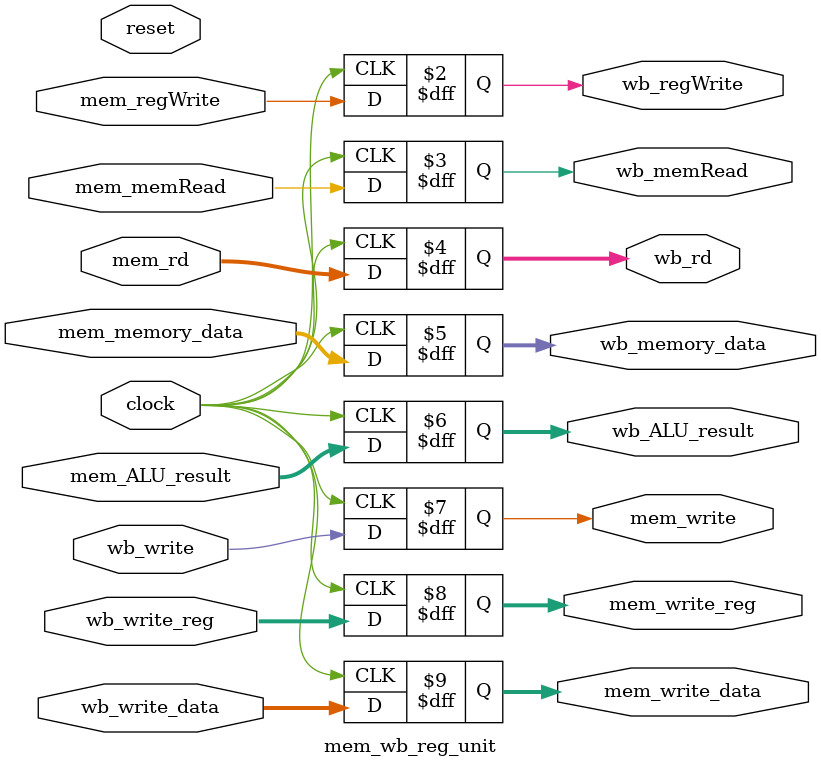
<source format=v>
module mem_wb_reg_unit #(parameter CORE = 0, DATA_WIDTH=32, ADDRESS_BITS=20)(
    clock, reset,

    mem_regWrite,
    mem_memRead,
    mem_rd,
    mem_memory_data,
    mem_ALU_result,
    wb_write,
    wb_write_reg,
    wb_write_data,

    wb_regWrite,
    wb_memRead,
    wb_rd,
    wb_memory_data,
    wb_ALU_result,
    mem_write,
    mem_write_reg,
    mem_write_data
);

input clock, reset;

input mem_regWrite;
input mem_memRead;
input [4:0] mem_rd;
input [DATA_WIDTH-1:0] mem_memory_data;
input [DATA_WIDTH-1:0] mem_ALU_result;
input wb_write;
input [4:0] wb_write_reg;
input [DATA_WIDTH-1:0] wb_write_data;

output reg wb_regWrite;
output reg wb_memRead;
output reg [4:0] wb_rd;
output reg [DATA_WIDTH-1:0] wb_memory_data;
output reg [DATA_WIDTH-1:0] wb_ALU_result;
output reg mem_write;
output reg [4:0] mem_write_reg;
output reg [DATA_WIDTH-1:0] mem_write_data;

always @(posedge clock) begin
    wb_regWrite <= mem_regWrite;
    wb_memRead <= mem_memRead;
    wb_rd <= mem_rd;
    wb_memory_data <= mem_memory_data;
    wb_ALU_result <= mem_ALU_result;
    mem_write <= wb_write;
    mem_write_reg <= wb_write_reg;
    mem_write_data <= wb_write_data;
end
endmodule

</source>
